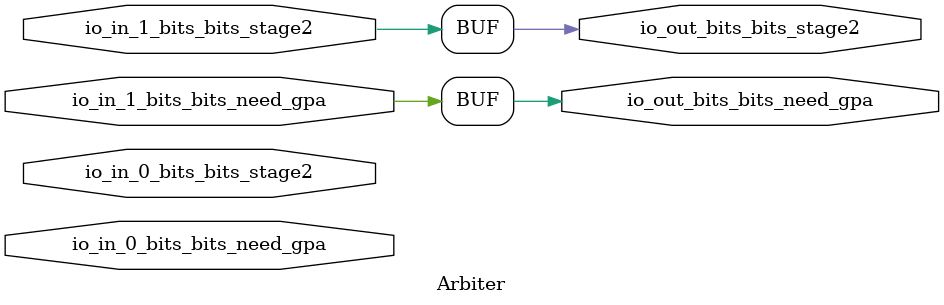
<source format=sv>
`ifndef RANDOMIZE
  `ifdef RANDOMIZE_MEM_INIT
    `define RANDOMIZE
  `endif // RANDOMIZE_MEM_INIT
`endif // not def RANDOMIZE
`ifndef RANDOMIZE
  `ifdef RANDOMIZE_REG_INIT
    `define RANDOMIZE
  `endif // RANDOMIZE_REG_INIT
`endif // not def RANDOMIZE

`ifndef RANDOM
  `define RANDOM $random
`endif // not def RANDOM

// Users can define INIT_RANDOM as general code that gets injected into the
// initializer block for modules with registers.
`ifndef INIT_RANDOM
  `define INIT_RANDOM
`endif // not def INIT_RANDOM

// If using random initialization, you can also define RANDOMIZE_DELAY to
// customize the delay used, otherwise 0.002 is used.
`ifndef RANDOMIZE_DELAY
  `define RANDOMIZE_DELAY 0.002
`endif // not def RANDOMIZE_DELAY

// Define INIT_RANDOM_PROLOG_ for use in our modules below.
`ifndef INIT_RANDOM_PROLOG_
  `ifdef RANDOMIZE
    `ifdef VERILATOR
      `define INIT_RANDOM_PROLOG_ `INIT_RANDOM
    `else  // VERILATOR
      `define INIT_RANDOM_PROLOG_ `INIT_RANDOM #`RANDOMIZE_DELAY begin end
    `endif // VERILATOR
  `else  // RANDOMIZE
    `define INIT_RANDOM_PROLOG_
  `endif // RANDOMIZE
`endif // not def INIT_RANDOM_PROLOG_

// Include register initializers in init blocks unless synthesis is set
`ifndef SYNTHESIS
  `ifndef ENABLE_INITIAL_REG_
    `define ENABLE_INITIAL_REG_
  `endif // not def ENABLE_INITIAL_REG_
`endif // not def SYNTHESIS

// Include rmemory initializers in init blocks unless synthesis is set
`ifndef SYNTHESIS
  `ifndef ENABLE_INITIAL_MEM_
    `define ENABLE_INITIAL_MEM_
  `endif // not def ENABLE_INITIAL_MEM_
`endif // not def SYNTHESIS

// Standard header to adapt well known macros for prints and assertions.

// Users can define 'PRINTF_COND' to add an extra gate to prints.
`ifndef PRINTF_COND_
  `ifdef PRINTF_COND
    `define PRINTF_COND_ (`PRINTF_COND)
  `else  // PRINTF_COND
    `define PRINTF_COND_ 1
  `endif // PRINTF_COND
`endif // not def PRINTF_COND_

// Users can define 'ASSERT_VERBOSE_COND' to add an extra gate to assert error printing.
`ifndef ASSERT_VERBOSE_COND_
  `ifdef ASSERT_VERBOSE_COND
    `define ASSERT_VERBOSE_COND_ (`ASSERT_VERBOSE_COND)
  `else  // ASSERT_VERBOSE_COND
    `define ASSERT_VERBOSE_COND_ 1
  `endif // ASSERT_VERBOSE_COND
`endif // not def ASSERT_VERBOSE_COND_

// Users can define 'STOP_COND' to add an extra gate to stop conditions.
`ifndef STOP_COND_
  `ifdef STOP_COND
    `define STOP_COND_ (`STOP_COND)
  `else  // STOP_COND
    `define STOP_COND_ 1
  `endif // STOP_COND
`endif // not def STOP_COND_

module Arbiter(
  input  io_in_0_bits_bits_need_gpa,	// @[src/main/scala/chisel3/util/Arbiter.scala:134:14]
         io_in_0_bits_bits_stage2,	// @[src/main/scala/chisel3/util/Arbiter.scala:134:14]
         io_in_1_bits_bits_need_gpa,	// @[src/main/scala/chisel3/util/Arbiter.scala:134:14]
         io_in_1_bits_bits_stage2,	// @[src/main/scala/chisel3/util/Arbiter.scala:134:14]
  output io_out_bits_bits_need_gpa,	// @[src/main/scala/chisel3/util/Arbiter.scala:134:14]
         io_out_bits_bits_stage2	// @[src/main/scala/chisel3/util/Arbiter.scala:134:14]
);

  assign io_out_bits_bits_need_gpa = io_in_1_bits_bits_need_gpa;
  assign io_out_bits_bits_stage2 = io_in_1_bits_bits_stage2;
endmodule


</source>
